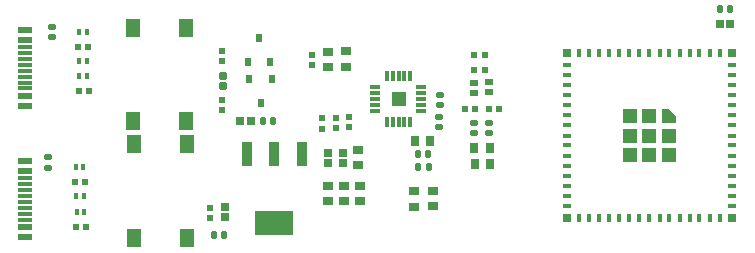
<source format=gbr>
%FSTAX23Y23*%
%MOIN*%
%SFA1B1*%

%IPPOS*%
%AMD13*
4,1,8,0.015200,0.005300,-0.015200,0.005300,-0.016500,0.004000,-0.016500,-0.004000,-0.015200,-0.005300,0.015200,-0.005300,0.016500,-0.004000,0.016500,0.004000,0.015200,0.005300,0.0*
1,1,0.002657,0.015200,0.004000*
1,1,0.002657,-0.015200,0.004000*
1,1,0.002657,-0.015200,-0.004000*
1,1,0.002657,0.015200,-0.004000*
%
%AMD14*
4,1,8,-0.005300,0.015200,-0.005300,-0.015200,-0.004000,-0.016500,0.004000,-0.016500,0.005300,-0.015200,0.005300,0.015200,0.004000,0.016500,-0.004000,0.016500,-0.005300,0.015200,0.0*
1,1,0.002657,-0.004000,0.015200*
1,1,0.002657,-0.004000,-0.015200*
1,1,0.002657,0.004000,-0.015200*
1,1,0.002657,0.004000,0.015200*
%
%AMD17*
4,1,8,-0.014200,0.009400,-0.014200,-0.009400,-0.011000,-0.012600,0.011000,-0.012600,0.014200,-0.009400,0.014200,0.009400,0.011000,0.012600,-0.011000,0.012600,-0.014200,0.009400,0.0*
1,1,0.006299,-0.011000,0.009400*
1,1,0.006299,-0.011000,-0.009400*
1,1,0.006299,0.011000,-0.009400*
1,1,0.006299,0.011000,0.009400*
%
%AMD24*
4,1,8,-0.008000,-0.011800,0.008000,-0.011800,0.010600,-0.009200,0.010600,0.009200,0.008000,0.011800,-0.008000,0.011800,-0.010600,0.009200,-0.010600,-0.009200,-0.008000,-0.011800,0.0*
1,1,0.005315,-0.008000,-0.009200*
1,1,0.005315,0.008000,-0.009200*
1,1,0.005315,0.008000,0.009200*
1,1,0.005315,-0.008000,0.009200*
%
%AMD27*
4,1,8,0.011800,-0.008000,0.011800,0.008000,0.009200,0.010600,-0.009200,0.010600,-0.011800,0.008000,-0.011800,-0.008000,-0.009200,-0.010600,0.009200,-0.010600,0.011800,-0.008000,0.0*
1,1,0.005315,0.009200,-0.008000*
1,1,0.005315,0.009200,0.008000*
1,1,0.005315,-0.009200,0.008000*
1,1,0.005315,-0.009200,-0.008000*
%
%AMD31*
4,1,8,-0.012000,0.009900,-0.012000,-0.009900,-0.010300,-0.011600,0.010300,-0.011600,0.012000,-0.009900,0.012000,0.009900,0.010300,0.011600,-0.010300,0.011600,-0.012000,0.009900,0.0*
1,1,0.003484,-0.010300,0.009900*
1,1,0.003484,-0.010300,-0.009900*
1,1,0.003484,0.010300,-0.009900*
1,1,0.003484,0.010300,0.009900*
%
%AMD32*
4,1,8,0.009400,0.014200,-0.009400,0.014200,-0.012600,0.011000,-0.012600,-0.011000,-0.009400,-0.014200,0.009400,-0.014200,0.012600,-0.011000,0.012600,0.011000,0.009400,0.014200,0.0*
1,1,0.006299,0.009400,0.011000*
1,1,0.006299,-0.009400,0.011000*
1,1,0.006299,-0.009400,-0.011000*
1,1,0.006299,0.009400,-0.011000*
%
%AMD33*
4,1,8,0.013200,-0.008900,0.013200,0.008900,0.010200,0.011800,-0.010200,0.011800,-0.013200,0.008900,-0.013200,-0.008900,-0.010200,-0.011800,0.010200,-0.011800,0.013200,-0.008900,0.0*
1,1,0.005906,0.010200,-0.008900*
1,1,0.005906,0.010200,0.008900*
1,1,0.005906,-0.010200,0.008900*
1,1,0.005906,-0.010200,-0.008900*
%
G04~CAMADD=13~8~0.0~0.0~330.7~106.3~13.3~0.0~15~0.0~0.0~0.0~0.0~0~0.0~0.0~0.0~0.0~0~0.0~0.0~0.0~0.0~330.7~106.3*
%ADD13D13*%
G04~CAMADD=14~8~0.0~0.0~330.7~106.3~13.3~0.0~15~0.0~0.0~0.0~0.0~0~0.0~0.0~0.0~0.0~0~0.0~0.0~0.0~90.0~106.0~330.0*
%ADD14D14*%
%ADD15R,0.127952X0.084645*%
%ADD16R,0.037401X0.084645*%
G04~CAMADD=17~8~0.0~0.0~252.0~283.5~31.5~0.0~15~0.0~0.0~0.0~0.0~0~0.0~0.0~0.0~0.0~0~0.0~0.0~0.0~90.0~284.0~253.0*
%ADD17D17*%
%ADD18R,0.015748X0.031496*%
%ADD19R,0.047244X0.047244*%
%ADD21R,0.031496X0.015748*%
%ADD22R,0.031496X0.031496*%
%ADD23R,0.051000X0.061000*%
G04~CAMADD=24~8~0.0~0.0~212.6~236.2~26.6~0.0~15~0.0~0.0~0.0~0.0~0~0.0~0.0~0.0~0.0~0~0.0~0.0~0.0~180.0~212.0~236.0*
%ADD24D24*%
%ADD25R,0.023622X0.021260*%
%ADD26R,0.035433X0.027559*%
G04~CAMADD=27~8~0.0~0.0~212.6~236.2~26.6~0.0~15~0.0~0.0~0.0~0.0~0~0.0~0.0~0.0~0.0~0~0.0~0.0~0.0~270.0~236.0~212.0*
%ADD27D27*%
%ADD28R,0.023622X0.031496*%
%ADD29R,0.027559X0.035433*%
%ADD30R,0.021260X0.023622*%
G04~CAMADD=31~8~0.0~0.0~232.3~240.2~17.4~0.0~15~0.0~0.0~0.0~0.0~0~0.0~0.0~0.0~0.0~0~0.0~0.0~0.0~90.0~240.0~232.0*
%ADD31D31*%
G04~CAMADD=32~8~0.0~0.0~252.0~283.5~31.5~0.0~15~0.0~0.0~0.0~0.0~0~0.0~0.0~0.0~0.0~0~0.0~0.0~0.0~0.0~252.0~283.5*
%ADD32D32*%
G04~CAMADD=33~8~0.0~0.0~236.2~263.8~29.5~0.0~15~0.0~0.0~0.0~0.0~0~0.0~0.0~0.0~0.0~0~0.0~0.0~0.0~270.0~264.0~236.0*
%ADD33D33*%
%ADD34R,0.045275X0.023228*%
%ADD35R,0.045275X0.011732*%
%ADD36R,0.012000X0.022000*%
%ADD76R,0.049606X0.049606*%
%LNesp32_paste_top-1*%
%LPD*%
G36*
X02375Y00624D02*
Y00671D01*
X02398*
X02422Y00647*
Y00624*
X02375*
G37*
G54D13*
X01573Y00744D03*
Y00724D03*
Y00704D03*
Y00685D03*
Y00665D03*
X0142D03*
Y00685D03*
Y00704D03*
Y00724D03*
Y00744D03*
G54D14*
X01457Y0078D03*
X01477D03*
X01497D03*
X01516D03*
X01536D03*
Y00628D03*
X01516D03*
X01497D03*
X01477D03*
X01457D03*
G54D15*
X01083Y00292D03*
G54D16*
X00993Y0052D03*
X01083D03*
X01174D03*
G54D17*
X0092Y0031D03*
Y00345D03*
X01312Y00524D03*
Y00489D03*
X01262Y0049D03*
Y00525D03*
G54D18*
X025Y00858D03*
X02567Y00307D03*
X02534D03*
X025D03*
X02467D03*
X02434D03*
X024D03*
X02367D03*
X02333D03*
X023D03*
X02266D03*
X02233D03*
X02199D03*
X02166D03*
X02132D03*
X02099D03*
Y00858D03*
X02132D03*
X02166D03*
X02199D03*
X02233D03*
X02266D03*
X023D03*
X02333D03*
X02367D03*
X024D03*
X02434D03*
X02467D03*
X02534D03*
X02567D03*
G54D19*
X02333Y00647D03*
X02268D03*
Y00582D03*
Y00517D03*
X02333D03*
X02398D03*
Y00582D03*
X02333D03*
G54D21*
X02609Y00816D03*
Y00783D03*
Y0075D03*
Y00716D03*
Y00683D03*
Y00649D03*
Y00616D03*
Y00582D03*
Y00549D03*
Y00515D03*
Y00482D03*
Y00448D03*
Y00415D03*
Y00381D03*
Y00348D03*
X02058D03*
Y00381D03*
Y00415D03*
Y00448D03*
Y00482D03*
Y00515D03*
Y00549D03*
Y00582D03*
Y00616D03*
Y00649D03*
Y00683D03*
Y00716D03*
Y0075D03*
Y00783D03*
Y00816D03*
G54D22*
X02058Y00307D03*
X02609D03*
X02058Y00858D03*
X02609D03*
G54D23*
X00793Y00241D03*
X00616D03*
Y00554D03*
X00793D03*
X00613Y00942D03*
Y00629D03*
X0079Y00942D03*
Y00629D03*
G54D24*
X00916Y0025D03*
X00882D03*
X01597Y00476D03*
X01563D03*
X01596Y00519D03*
X01562D03*
X01046Y0063D03*
X0108D03*
X02568Y01003D03*
X02602D03*
G54D25*
X00868Y00308D03*
Y00342D03*
X00909Y00668D03*
Y00702D03*
X01331Y00645D03*
Y00611D03*
X01209Y00816D03*
Y0085D03*
X00909Y0083D03*
Y00864D03*
X01243Y00639D03*
Y00605D03*
X01288Y00641D03*
Y00607D03*
G54D26*
X01321Y00812D03*
Y00864D03*
X01369Y00415D03*
Y00364D03*
X01261Y00363D03*
Y00414D03*
X01315Y00415D03*
Y00364D03*
X01363Y00535D03*
Y00484D03*
X01549Y00345D03*
Y00396D03*
X01612Y00397D03*
Y00346D03*
X01261Y00861D03*
Y0081D03*
G54D27*
X01633Y00643D03*
Y00609D03*
X0175Y00623D03*
Y00589D03*
X01799Y00625D03*
Y00591D03*
X01634Y00684D03*
Y00718D03*
X00341Y0091D03*
Y00944D03*
X00329Y00509D03*
Y00475D03*
G54D28*
X01038Y0069D03*
X01075Y0077D03*
X01D03*
X01033Y00907D03*
X00996Y00827D03*
X0107D03*
G54D29*
X0175Y0054D03*
X01802D03*
X01751Y00488D03*
X01803D03*
X01552Y00565D03*
X01603D03*
G54D30*
X01799Y00672D03*
X01833D03*
X01719Y0067D03*
X01753D03*
X01784Y00801D03*
X0175D03*
X01784Y00849D03*
X0175D03*
X00462Y00878D03*
X00428D03*
X00431Y00731D03*
X00465D03*
X00455Y00278D03*
X00453Y00428D03*
X00421Y00278D03*
X00419Y00428D03*
G54D31*
X0175Y00756D03*
Y00723D03*
X018Y00759D03*
Y00727D03*
G54D32*
X0097Y00629D03*
X01005D03*
X02569Y00953D03*
X02603D03*
G54D33*
X00913Y00782D03*
Y00748D03*
G54D34*
X00251Y00934D03*
Y00682D03*
Y00713D03*
Y00902D03*
X00253Y00496D03*
Y00244D03*
Y00276D03*
Y00465D03*
G54D35*
X00251Y00876D03*
Y00739D03*
Y00758D03*
Y00857D03*
Y00837D03*
Y00778D03*
Y00798D03*
Y00817D03*
X00253Y0038D03*
Y00439D03*
Y00301D03*
Y00321D03*
Y0042D03*
Y004D03*
Y00341D03*
Y00361D03*
G54D36*
X00448Y00379D03*
X00423D03*
X00432Y0078D03*
X00457D03*
X00432Y0083D03*
X00457D03*
X00458Y00926D03*
X00449Y00328D03*
X00446Y00477D03*
X00424Y00328D03*
X00433Y00926D03*
X00421Y00477D03*
G54D76*
X01497Y00704D03*
M02*
</source>
